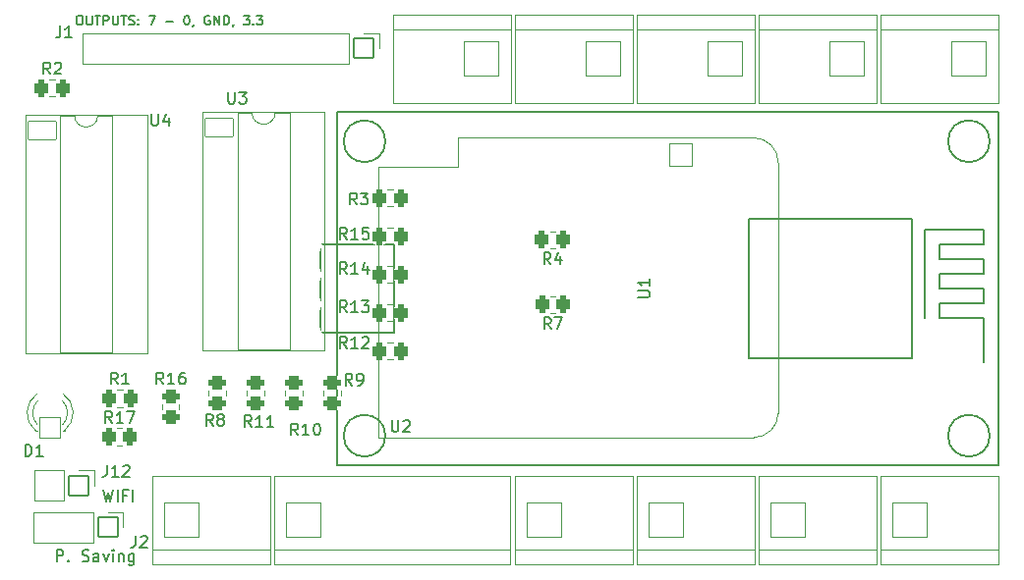
<source format=gto>
%TF.GenerationSoftware,KiCad,Pcbnew,(6.0.4)*%
%TF.CreationDate,2022-05-09T12:24:25+01:00*%
%TF.ProjectId,light_remote_controller,6c696768-745f-4726-956d-6f74655f636f,v0.1*%
%TF.SameCoordinates,Original*%
%TF.FileFunction,Legend,Top*%
%TF.FilePolarity,Positive*%
%FSLAX46Y46*%
G04 Gerber Fmt 4.6, Leading zero omitted, Abs format (unit mm)*
G04 Created by KiCad (PCBNEW (6.0.4)) date 2022-05-09 12:24:25*
%MOMM*%
%LPD*%
G01*
G04 APERTURE LIST*
G04 Aperture macros list*
%AMRoundRect*
0 Rectangle with rounded corners*
0 $1 Rounding radius*
0 $2 $3 $4 $5 $6 $7 $8 $9 X,Y pos of 4 corners*
0 Add a 4 corners polygon primitive as box body*
4,1,4,$2,$3,$4,$5,$6,$7,$8,$9,$2,$3,0*
0 Add four circle primitives for the rounded corners*
1,1,$1+$1,$2,$3*
1,1,$1+$1,$4,$5*
1,1,$1+$1,$6,$7*
1,1,$1+$1,$8,$9*
0 Add four rect primitives between the rounded corners*
20,1,$1+$1,$2,$3,$4,$5,0*
20,1,$1+$1,$4,$5,$6,$7,0*
20,1,$1+$1,$6,$7,$8,$9,0*
20,1,$1+$1,$8,$9,$2,$3,0*%
G04 Aperture macros list end*
%ADD10C,0.150000*%
%ADD11C,0.120000*%
%ADD12RoundRect,0.050000X-0.850000X0.850000X-0.850000X-0.850000X0.850000X-0.850000X0.850000X0.850000X0*%
%ADD13O,1.800000X1.800000*%
%ADD14RoundRect,0.300000X-0.450000X0.262500X-0.450000X-0.262500X0.450000X-0.262500X0.450000X0.262500X0*%
%ADD15RoundRect,0.050000X1.500000X1.500000X-1.500000X1.500000X-1.500000X-1.500000X1.500000X-1.500000X0*%
%ADD16C,3.100000*%
%ADD17RoundRect,0.300000X-0.262500X-0.450000X0.262500X-0.450000X0.262500X0.450000X-0.262500X0.450000X0*%
%ADD18RoundRect,0.050000X-1.500000X-1.500000X1.500000X-1.500000X1.500000X1.500000X-1.500000X1.500000X0*%
%ADD19RoundRect,0.300000X0.262500X0.450000X-0.262500X0.450000X-0.262500X-0.450000X0.262500X-0.450000X0*%
%ADD20RoundRect,0.050000X0.900000X-0.900000X0.900000X0.900000X-0.900000X0.900000X-0.900000X-0.900000X0*%
%ADD21C,1.900000*%
%ADD22RoundRect,0.050000X-1.200000X-0.800000X1.200000X-0.800000X1.200000X0.800000X-1.200000X0.800000X0*%
%ADD23O,2.500000X1.700000*%
%ADD24C,1.624000*%
%ADD25RoundRect,0.300000X0.450000X-0.262500X0.450000X0.262500X-0.450000X0.262500X-0.450000X-0.262500X0*%
%ADD26RoundRect,0.050000X-1.000000X1.000000X-1.000000X-1.000000X1.000000X-1.000000X1.000000X1.000000X0*%
%ADD27O,1.700000X2.100000*%
G04 APERTURE END LIST*
D10*
X178166666Y-87252380D02*
X178166666Y-86252380D01*
X178547619Y-86252380D01*
X178642857Y-86300000D01*
X178690476Y-86347619D01*
X178738095Y-86442857D01*
X178738095Y-86585714D01*
X178690476Y-86680952D01*
X178642857Y-86728571D01*
X178547619Y-86776190D01*
X178166666Y-86776190D01*
X179166666Y-87157142D02*
X179214285Y-87204761D01*
X179166666Y-87252380D01*
X179119047Y-87204761D01*
X179166666Y-87157142D01*
X179166666Y-87252380D01*
X180357142Y-87204761D02*
X180500000Y-87252380D01*
X180738095Y-87252380D01*
X180833333Y-87204761D01*
X180880952Y-87157142D01*
X180928571Y-87061904D01*
X180928571Y-86966666D01*
X180880952Y-86871428D01*
X180833333Y-86823809D01*
X180738095Y-86776190D01*
X180547619Y-86728571D01*
X180452380Y-86680952D01*
X180404761Y-86633333D01*
X180357142Y-86538095D01*
X180357142Y-86442857D01*
X180404761Y-86347619D01*
X180452380Y-86300000D01*
X180547619Y-86252380D01*
X180785714Y-86252380D01*
X180928571Y-86300000D01*
X181785714Y-87252380D02*
X181785714Y-86728571D01*
X181738095Y-86633333D01*
X181642857Y-86585714D01*
X181452380Y-86585714D01*
X181357142Y-86633333D01*
X181785714Y-87204761D02*
X181690476Y-87252380D01*
X181452380Y-87252380D01*
X181357142Y-87204761D01*
X181309523Y-87109523D01*
X181309523Y-87014285D01*
X181357142Y-86919047D01*
X181452380Y-86871428D01*
X181690476Y-86871428D01*
X181785714Y-86823809D01*
X182166666Y-86585714D02*
X182404761Y-87252380D01*
X182642857Y-86585714D01*
X183023809Y-87252380D02*
X183023809Y-86585714D01*
X183023809Y-86252380D02*
X182976190Y-86300000D01*
X183023809Y-86347619D01*
X183071428Y-86300000D01*
X183023809Y-86252380D01*
X183023809Y-86347619D01*
X183500000Y-86585714D02*
X183500000Y-87252380D01*
X183500000Y-86680952D02*
X183547619Y-86633333D01*
X183642857Y-86585714D01*
X183785714Y-86585714D01*
X183880952Y-86633333D01*
X183928571Y-86728571D01*
X183928571Y-87252380D01*
X184833333Y-86585714D02*
X184833333Y-87395238D01*
X184785714Y-87490476D01*
X184738095Y-87538095D01*
X184642857Y-87585714D01*
X184500000Y-87585714D01*
X184404761Y-87538095D01*
X184833333Y-87204761D02*
X184738095Y-87252380D01*
X184547619Y-87252380D01*
X184452380Y-87204761D01*
X184404761Y-87157142D01*
X184357142Y-87061904D01*
X184357142Y-86776190D01*
X184404761Y-86680952D01*
X184452380Y-86633333D01*
X184547619Y-86585714D01*
X184738095Y-86585714D01*
X184833333Y-86633333D01*
X180071428Y-40161904D02*
X180223809Y-40161904D01*
X180300000Y-40200000D01*
X180376190Y-40276190D01*
X180414285Y-40428571D01*
X180414285Y-40695238D01*
X180376190Y-40847619D01*
X180300000Y-40923809D01*
X180223809Y-40961904D01*
X180071428Y-40961904D01*
X179995238Y-40923809D01*
X179919047Y-40847619D01*
X179880952Y-40695238D01*
X179880952Y-40428571D01*
X179919047Y-40276190D01*
X179995238Y-40200000D01*
X180071428Y-40161904D01*
X180757142Y-40161904D02*
X180757142Y-40809523D01*
X180795238Y-40885714D01*
X180833333Y-40923809D01*
X180909523Y-40961904D01*
X181061904Y-40961904D01*
X181138095Y-40923809D01*
X181176190Y-40885714D01*
X181214285Y-40809523D01*
X181214285Y-40161904D01*
X181480952Y-40161904D02*
X181938095Y-40161904D01*
X181709523Y-40961904D02*
X181709523Y-40161904D01*
X182204761Y-40961904D02*
X182204761Y-40161904D01*
X182509523Y-40161904D01*
X182585714Y-40200000D01*
X182623809Y-40238095D01*
X182661904Y-40314285D01*
X182661904Y-40428571D01*
X182623809Y-40504761D01*
X182585714Y-40542857D01*
X182509523Y-40580952D01*
X182204761Y-40580952D01*
X183004761Y-40161904D02*
X183004761Y-40809523D01*
X183042857Y-40885714D01*
X183080952Y-40923809D01*
X183157142Y-40961904D01*
X183309523Y-40961904D01*
X183385714Y-40923809D01*
X183423809Y-40885714D01*
X183461904Y-40809523D01*
X183461904Y-40161904D01*
X183728571Y-40161904D02*
X184185714Y-40161904D01*
X183957142Y-40961904D02*
X183957142Y-40161904D01*
X184414285Y-40923809D02*
X184528571Y-40961904D01*
X184719047Y-40961904D01*
X184795238Y-40923809D01*
X184833333Y-40885714D01*
X184871428Y-40809523D01*
X184871428Y-40733333D01*
X184833333Y-40657142D01*
X184795238Y-40619047D01*
X184719047Y-40580952D01*
X184566666Y-40542857D01*
X184490476Y-40504761D01*
X184452380Y-40466666D01*
X184414285Y-40390476D01*
X184414285Y-40314285D01*
X184452380Y-40238095D01*
X184490476Y-40200000D01*
X184566666Y-40161904D01*
X184757142Y-40161904D01*
X184871428Y-40200000D01*
X185214285Y-40885714D02*
X185252380Y-40923809D01*
X185214285Y-40961904D01*
X185176190Y-40923809D01*
X185214285Y-40885714D01*
X185214285Y-40961904D01*
X185214285Y-40466666D02*
X185252380Y-40504761D01*
X185214285Y-40542857D01*
X185176190Y-40504761D01*
X185214285Y-40466666D01*
X185214285Y-40542857D01*
X186128571Y-40161904D02*
X186661904Y-40161904D01*
X186319047Y-40961904D01*
X187576190Y-40657142D02*
X188185714Y-40657142D01*
X189328571Y-40161904D02*
X189404761Y-40161904D01*
X189480952Y-40200000D01*
X189519047Y-40238095D01*
X189557142Y-40314285D01*
X189595238Y-40466666D01*
X189595238Y-40657142D01*
X189557142Y-40809523D01*
X189519047Y-40885714D01*
X189480952Y-40923809D01*
X189404761Y-40961904D01*
X189328571Y-40961904D01*
X189252380Y-40923809D01*
X189214285Y-40885714D01*
X189176190Y-40809523D01*
X189138095Y-40657142D01*
X189138095Y-40466666D01*
X189176190Y-40314285D01*
X189214285Y-40238095D01*
X189252380Y-40200000D01*
X189328571Y-40161904D01*
X189976190Y-40923809D02*
X189976190Y-40961904D01*
X189938095Y-41038095D01*
X189900000Y-41076190D01*
X191347619Y-40200000D02*
X191271428Y-40161904D01*
X191157142Y-40161904D01*
X191042857Y-40200000D01*
X190966666Y-40276190D01*
X190928571Y-40352380D01*
X190890476Y-40504761D01*
X190890476Y-40619047D01*
X190928571Y-40771428D01*
X190966666Y-40847619D01*
X191042857Y-40923809D01*
X191157142Y-40961904D01*
X191233333Y-40961904D01*
X191347619Y-40923809D01*
X191385714Y-40885714D01*
X191385714Y-40619047D01*
X191233333Y-40619047D01*
X191728571Y-40961904D02*
X191728571Y-40161904D01*
X192185714Y-40961904D01*
X192185714Y-40161904D01*
X192566666Y-40961904D02*
X192566666Y-40161904D01*
X192757142Y-40161904D01*
X192871428Y-40200000D01*
X192947619Y-40276190D01*
X192985714Y-40352380D01*
X193023809Y-40504761D01*
X193023809Y-40619047D01*
X192985714Y-40771428D01*
X192947619Y-40847619D01*
X192871428Y-40923809D01*
X192757142Y-40961904D01*
X192566666Y-40961904D01*
X193404761Y-40923809D02*
X193404761Y-40961904D01*
X193366666Y-41038095D01*
X193328571Y-41076190D01*
X194280952Y-40161904D02*
X194776190Y-40161904D01*
X194509523Y-40466666D01*
X194623809Y-40466666D01*
X194700000Y-40504761D01*
X194738095Y-40542857D01*
X194776190Y-40619047D01*
X194776190Y-40809523D01*
X194738095Y-40885714D01*
X194700000Y-40923809D01*
X194623809Y-40961904D01*
X194395238Y-40961904D01*
X194319047Y-40923809D01*
X194280952Y-40885714D01*
X195119047Y-40885714D02*
X195157142Y-40923809D01*
X195119047Y-40961904D01*
X195080952Y-40923809D01*
X195119047Y-40885714D01*
X195119047Y-40961904D01*
X195423809Y-40161904D02*
X195919047Y-40161904D01*
X195652380Y-40466666D01*
X195766666Y-40466666D01*
X195842857Y-40504761D01*
X195880952Y-40542857D01*
X195919047Y-40619047D01*
X195919047Y-40809523D01*
X195880952Y-40885714D01*
X195842857Y-40923809D01*
X195766666Y-40961904D01*
X195538095Y-40961904D01*
X195461904Y-40923809D01*
X195423809Y-40885714D01*
X182166666Y-81052380D02*
X182404761Y-82052380D01*
X182595238Y-81338095D01*
X182785714Y-82052380D01*
X183023809Y-81052380D01*
X183404761Y-82052380D02*
X183404761Y-81052380D01*
X184214285Y-81528571D02*
X183880952Y-81528571D01*
X183880952Y-82052380D02*
X183880952Y-81052380D01*
X184357142Y-81052380D01*
X184738095Y-82052380D02*
X184738095Y-81052380D01*
X184966666Y-85052380D02*
X184966666Y-85766666D01*
X184919047Y-85909523D01*
X184823809Y-86004761D01*
X184680952Y-86052380D01*
X184585714Y-86052380D01*
X185395238Y-85147619D02*
X185442857Y-85100000D01*
X185538095Y-85052380D01*
X185776190Y-85052380D01*
X185871428Y-85100000D01*
X185919047Y-85147619D01*
X185966666Y-85242857D01*
X185966666Y-85338095D01*
X185919047Y-85480952D01*
X185347619Y-86052380D01*
X185966666Y-86052380D01*
X203633333Y-72052380D02*
X203300000Y-71576190D01*
X203061904Y-72052380D02*
X203061904Y-71052380D01*
X203442857Y-71052380D01*
X203538095Y-71100000D01*
X203585714Y-71147619D01*
X203633333Y-71242857D01*
X203633333Y-71385714D01*
X203585714Y-71480952D01*
X203538095Y-71528571D01*
X203442857Y-71576190D01*
X203061904Y-71576190D01*
X204109523Y-72052380D02*
X204300000Y-72052380D01*
X204395238Y-72004761D01*
X204442857Y-71957142D01*
X204538095Y-71814285D01*
X204585714Y-71623809D01*
X204585714Y-71242857D01*
X204538095Y-71147619D01*
X204490476Y-71100000D01*
X204395238Y-71052380D01*
X204204761Y-71052380D01*
X204109523Y-71100000D01*
X204061904Y-71147619D01*
X204014285Y-71242857D01*
X204014285Y-71480952D01*
X204061904Y-71576190D01*
X204109523Y-71623809D01*
X204204761Y-71671428D01*
X204395238Y-71671428D01*
X204490476Y-71623809D01*
X204538095Y-71576190D01*
X204585714Y-71480952D01*
X203157142Y-62452380D02*
X202823809Y-61976190D01*
X202585714Y-62452380D02*
X202585714Y-61452380D01*
X202966666Y-61452380D01*
X203061904Y-61500000D01*
X203109523Y-61547619D01*
X203157142Y-61642857D01*
X203157142Y-61785714D01*
X203109523Y-61880952D01*
X203061904Y-61928571D01*
X202966666Y-61976190D01*
X202585714Y-61976190D01*
X204109523Y-62452380D02*
X203538095Y-62452380D01*
X203823809Y-62452380D02*
X203823809Y-61452380D01*
X203728571Y-61595238D01*
X203633333Y-61690476D01*
X203538095Y-61738095D01*
X204966666Y-61785714D02*
X204966666Y-62452380D01*
X204728571Y-61404761D02*
X204490476Y-62119047D01*
X205109523Y-62119047D01*
X220745833Y-67202380D02*
X220412500Y-66726190D01*
X220174404Y-67202380D02*
X220174404Y-66202380D01*
X220555357Y-66202380D01*
X220650595Y-66250000D01*
X220698214Y-66297619D01*
X220745833Y-66392857D01*
X220745833Y-66535714D01*
X220698214Y-66630952D01*
X220650595Y-66678571D01*
X220555357Y-66726190D01*
X220174404Y-66726190D01*
X221079166Y-66202380D02*
X221745833Y-66202380D01*
X221317261Y-67202380D01*
X203157142Y-59452380D02*
X202823809Y-58976190D01*
X202585714Y-59452380D02*
X202585714Y-58452380D01*
X202966666Y-58452380D01*
X203061904Y-58500000D01*
X203109523Y-58547619D01*
X203157142Y-58642857D01*
X203157142Y-58785714D01*
X203109523Y-58880952D01*
X203061904Y-58928571D01*
X202966666Y-58976190D01*
X202585714Y-58976190D01*
X204109523Y-59452380D02*
X203538095Y-59452380D01*
X203823809Y-59452380D02*
X203823809Y-58452380D01*
X203728571Y-58595238D01*
X203633333Y-58690476D01*
X203538095Y-58738095D01*
X205014285Y-58452380D02*
X204538095Y-58452380D01*
X204490476Y-58928571D01*
X204538095Y-58880952D01*
X204633333Y-58833333D01*
X204871428Y-58833333D01*
X204966666Y-58880952D01*
X205014285Y-58928571D01*
X205061904Y-59023809D01*
X205061904Y-59261904D01*
X205014285Y-59357142D01*
X204966666Y-59404761D01*
X204871428Y-59452380D01*
X204633333Y-59452380D01*
X204538095Y-59404761D01*
X204490476Y-59357142D01*
X175461904Y-78152380D02*
X175461904Y-77152380D01*
X175700000Y-77152380D01*
X175842857Y-77200000D01*
X175938095Y-77295238D01*
X175985714Y-77390476D01*
X176033333Y-77580952D01*
X176033333Y-77723809D01*
X175985714Y-77914285D01*
X175938095Y-78009523D01*
X175842857Y-78104761D01*
X175700000Y-78152380D01*
X175461904Y-78152380D01*
X176985714Y-78152380D02*
X176414285Y-78152380D01*
X176700000Y-78152380D02*
X176700000Y-77152380D01*
X176604761Y-77295238D01*
X176509523Y-77390476D01*
X176414285Y-77438095D01*
X183433333Y-71952380D02*
X183100000Y-71476190D01*
X182861904Y-71952380D02*
X182861904Y-70952380D01*
X183242857Y-70952380D01*
X183338095Y-71000000D01*
X183385714Y-71047619D01*
X183433333Y-71142857D01*
X183433333Y-71285714D01*
X183385714Y-71380952D01*
X183338095Y-71428571D01*
X183242857Y-71476190D01*
X182861904Y-71476190D01*
X184385714Y-71952380D02*
X183814285Y-71952380D01*
X184100000Y-71952380D02*
X184100000Y-70952380D01*
X184004761Y-71095238D01*
X183909523Y-71190476D01*
X183814285Y-71238095D01*
X186338095Y-48652380D02*
X186338095Y-49461904D01*
X186385714Y-49557142D01*
X186433333Y-49604761D01*
X186528571Y-49652380D01*
X186719047Y-49652380D01*
X186814285Y-49604761D01*
X186861904Y-49557142D01*
X186909523Y-49461904D01*
X186909523Y-48652380D01*
X187814285Y-48985714D02*
X187814285Y-49652380D01*
X187576190Y-48604761D02*
X187338095Y-49319047D01*
X187957142Y-49319047D01*
X191633333Y-75552380D02*
X191300000Y-75076190D01*
X191061904Y-75552380D02*
X191061904Y-74552380D01*
X191442857Y-74552380D01*
X191538095Y-74600000D01*
X191585714Y-74647619D01*
X191633333Y-74742857D01*
X191633333Y-74885714D01*
X191585714Y-74980952D01*
X191538095Y-75028571D01*
X191442857Y-75076190D01*
X191061904Y-75076190D01*
X192204761Y-74980952D02*
X192109523Y-74933333D01*
X192061904Y-74885714D01*
X192014285Y-74790476D01*
X192014285Y-74742857D01*
X192061904Y-74647619D01*
X192109523Y-74600000D01*
X192204761Y-74552380D01*
X192395238Y-74552380D01*
X192490476Y-74600000D01*
X192538095Y-74647619D01*
X192585714Y-74742857D01*
X192585714Y-74790476D01*
X192538095Y-74885714D01*
X192490476Y-74933333D01*
X192395238Y-74980952D01*
X192204761Y-74980952D01*
X192109523Y-75028571D01*
X192061904Y-75076190D01*
X192014285Y-75171428D01*
X192014285Y-75361904D01*
X192061904Y-75457142D01*
X192109523Y-75504761D01*
X192204761Y-75552380D01*
X192395238Y-75552380D01*
X192490476Y-75504761D01*
X192538095Y-75457142D01*
X192585714Y-75361904D01*
X192585714Y-75171428D01*
X192538095Y-75076190D01*
X192490476Y-75028571D01*
X192395238Y-74980952D01*
X228272380Y-64461904D02*
X229081904Y-64461904D01*
X229177142Y-64414285D01*
X229224761Y-64366666D01*
X229272380Y-64271428D01*
X229272380Y-64080952D01*
X229224761Y-63985714D01*
X229177142Y-63938095D01*
X229081904Y-63890476D01*
X228272380Y-63890476D01*
X229272380Y-62890476D02*
X229272380Y-63461904D01*
X229272380Y-63176190D02*
X228272380Y-63176190D01*
X228415238Y-63271428D01*
X228510476Y-63366666D01*
X228558095Y-63461904D01*
X187357142Y-71952380D02*
X187023809Y-71476190D01*
X186785714Y-71952380D02*
X186785714Y-70952380D01*
X187166666Y-70952380D01*
X187261904Y-71000000D01*
X187309523Y-71047619D01*
X187357142Y-71142857D01*
X187357142Y-71285714D01*
X187309523Y-71380952D01*
X187261904Y-71428571D01*
X187166666Y-71476190D01*
X186785714Y-71476190D01*
X188309523Y-71952380D02*
X187738095Y-71952380D01*
X188023809Y-71952380D02*
X188023809Y-70952380D01*
X187928571Y-71095238D01*
X187833333Y-71190476D01*
X187738095Y-71238095D01*
X189166666Y-70952380D02*
X188976190Y-70952380D01*
X188880952Y-71000000D01*
X188833333Y-71047619D01*
X188738095Y-71190476D01*
X188690476Y-71380952D01*
X188690476Y-71761904D01*
X188738095Y-71857142D01*
X188785714Y-71904761D01*
X188880952Y-71952380D01*
X189071428Y-71952380D01*
X189166666Y-71904761D01*
X189214285Y-71857142D01*
X189261904Y-71761904D01*
X189261904Y-71523809D01*
X189214285Y-71428571D01*
X189166666Y-71380952D01*
X189071428Y-71333333D01*
X188880952Y-71333333D01*
X188785714Y-71380952D01*
X188738095Y-71428571D01*
X188690476Y-71523809D01*
X203157142Y-65752380D02*
X202823809Y-65276190D01*
X202585714Y-65752380D02*
X202585714Y-64752380D01*
X202966666Y-64752380D01*
X203061904Y-64800000D01*
X203109523Y-64847619D01*
X203157142Y-64942857D01*
X203157142Y-65085714D01*
X203109523Y-65180952D01*
X203061904Y-65228571D01*
X202966666Y-65276190D01*
X202585714Y-65276190D01*
X204109523Y-65752380D02*
X203538095Y-65752380D01*
X203823809Y-65752380D02*
X203823809Y-64752380D01*
X203728571Y-64895238D01*
X203633333Y-64990476D01*
X203538095Y-65038095D01*
X204442857Y-64752380D02*
X205061904Y-64752380D01*
X204728571Y-65133333D01*
X204871428Y-65133333D01*
X204966666Y-65180952D01*
X205014285Y-65228571D01*
X205061904Y-65323809D01*
X205061904Y-65561904D01*
X205014285Y-65657142D01*
X204966666Y-65704761D01*
X204871428Y-65752380D01*
X204585714Y-65752380D01*
X204490476Y-65704761D01*
X204442857Y-65657142D01*
X220720833Y-61602380D02*
X220387500Y-61126190D01*
X220149404Y-61602380D02*
X220149404Y-60602380D01*
X220530357Y-60602380D01*
X220625595Y-60650000D01*
X220673214Y-60697619D01*
X220720833Y-60792857D01*
X220720833Y-60935714D01*
X220673214Y-61030952D01*
X220625595Y-61078571D01*
X220530357Y-61126190D01*
X220149404Y-61126190D01*
X221577976Y-60935714D02*
X221577976Y-61602380D01*
X221339880Y-60554761D02*
X221101785Y-61269047D01*
X221720833Y-61269047D01*
X182490476Y-78952380D02*
X182490476Y-79666666D01*
X182442857Y-79809523D01*
X182347619Y-79904761D01*
X182204761Y-79952380D01*
X182109523Y-79952380D01*
X183490476Y-79952380D02*
X182919047Y-79952380D01*
X183204761Y-79952380D02*
X183204761Y-78952380D01*
X183109523Y-79095238D01*
X183014285Y-79190476D01*
X182919047Y-79238095D01*
X183871428Y-79047619D02*
X183919047Y-79000000D01*
X184014285Y-78952380D01*
X184252380Y-78952380D01*
X184347619Y-79000000D01*
X184395238Y-79047619D01*
X184442857Y-79142857D01*
X184442857Y-79238095D01*
X184395238Y-79380952D01*
X183823809Y-79952380D01*
X184442857Y-79952380D01*
X178466666Y-41052380D02*
X178466666Y-41766666D01*
X178419047Y-41909523D01*
X178323809Y-42004761D01*
X178180952Y-42052380D01*
X178085714Y-42052380D01*
X179466666Y-42052380D02*
X178895238Y-42052380D01*
X179180952Y-42052380D02*
X179180952Y-41052380D01*
X179085714Y-41195238D01*
X178990476Y-41290476D01*
X178895238Y-41338095D01*
X207038095Y-75052380D02*
X207038095Y-75861904D01*
X207085714Y-75957142D01*
X207133333Y-76004761D01*
X207228571Y-76052380D01*
X207419047Y-76052380D01*
X207514285Y-76004761D01*
X207561904Y-75957142D01*
X207609523Y-75861904D01*
X207609523Y-75052380D01*
X208038095Y-75147619D02*
X208085714Y-75100000D01*
X208180952Y-75052380D01*
X208419047Y-75052380D01*
X208514285Y-75100000D01*
X208561904Y-75147619D01*
X208609523Y-75242857D01*
X208609523Y-75338095D01*
X208561904Y-75480952D01*
X207990476Y-76052380D01*
X208609523Y-76052380D01*
X203157142Y-68852380D02*
X202823809Y-68376190D01*
X202585714Y-68852380D02*
X202585714Y-67852380D01*
X202966666Y-67852380D01*
X203061904Y-67900000D01*
X203109523Y-67947619D01*
X203157142Y-68042857D01*
X203157142Y-68185714D01*
X203109523Y-68280952D01*
X203061904Y-68328571D01*
X202966666Y-68376190D01*
X202585714Y-68376190D01*
X204109523Y-68852380D02*
X203538095Y-68852380D01*
X203823809Y-68852380D02*
X203823809Y-67852380D01*
X203728571Y-67995238D01*
X203633333Y-68090476D01*
X203538095Y-68138095D01*
X204490476Y-67947619D02*
X204538095Y-67900000D01*
X204633333Y-67852380D01*
X204871428Y-67852380D01*
X204966666Y-67900000D01*
X205014285Y-67947619D01*
X205061904Y-68042857D01*
X205061904Y-68138095D01*
X205014285Y-68280952D01*
X204442857Y-68852380D01*
X205061904Y-68852380D01*
X177620833Y-45202380D02*
X177287500Y-44726190D01*
X177049404Y-45202380D02*
X177049404Y-44202380D01*
X177430357Y-44202380D01*
X177525595Y-44250000D01*
X177573214Y-44297619D01*
X177620833Y-44392857D01*
X177620833Y-44535714D01*
X177573214Y-44630952D01*
X177525595Y-44678571D01*
X177430357Y-44726190D01*
X177049404Y-44726190D01*
X178001785Y-44297619D02*
X178049404Y-44250000D01*
X178144642Y-44202380D01*
X178382738Y-44202380D01*
X178477976Y-44250000D01*
X178525595Y-44297619D01*
X178573214Y-44392857D01*
X178573214Y-44488095D01*
X178525595Y-44630952D01*
X177954166Y-45202380D01*
X178573214Y-45202380D01*
X194957142Y-75652380D02*
X194623809Y-75176190D01*
X194385714Y-75652380D02*
X194385714Y-74652380D01*
X194766666Y-74652380D01*
X194861904Y-74700000D01*
X194909523Y-74747619D01*
X194957142Y-74842857D01*
X194957142Y-74985714D01*
X194909523Y-75080952D01*
X194861904Y-75128571D01*
X194766666Y-75176190D01*
X194385714Y-75176190D01*
X195909523Y-75652380D02*
X195338095Y-75652380D01*
X195623809Y-75652380D02*
X195623809Y-74652380D01*
X195528571Y-74795238D01*
X195433333Y-74890476D01*
X195338095Y-74938095D01*
X196861904Y-75652380D02*
X196290476Y-75652380D01*
X196576190Y-75652380D02*
X196576190Y-74652380D01*
X196480952Y-74795238D01*
X196385714Y-74890476D01*
X196290476Y-74938095D01*
X198957142Y-76352380D02*
X198623809Y-75876190D01*
X198385714Y-76352380D02*
X198385714Y-75352380D01*
X198766666Y-75352380D01*
X198861904Y-75400000D01*
X198909523Y-75447619D01*
X198957142Y-75542857D01*
X198957142Y-75685714D01*
X198909523Y-75780952D01*
X198861904Y-75828571D01*
X198766666Y-75876190D01*
X198385714Y-75876190D01*
X199909523Y-76352380D02*
X199338095Y-76352380D01*
X199623809Y-76352380D02*
X199623809Y-75352380D01*
X199528571Y-75495238D01*
X199433333Y-75590476D01*
X199338095Y-75638095D01*
X200528571Y-75352380D02*
X200623809Y-75352380D01*
X200719047Y-75400000D01*
X200766666Y-75447619D01*
X200814285Y-75542857D01*
X200861904Y-75733333D01*
X200861904Y-75971428D01*
X200814285Y-76161904D01*
X200766666Y-76257142D01*
X200719047Y-76304761D01*
X200623809Y-76352380D01*
X200528571Y-76352380D01*
X200433333Y-76304761D01*
X200385714Y-76257142D01*
X200338095Y-76161904D01*
X200290476Y-75971428D01*
X200290476Y-75733333D01*
X200338095Y-75542857D01*
X200385714Y-75447619D01*
X200433333Y-75400000D01*
X200528571Y-75352380D01*
X192938095Y-46752380D02*
X192938095Y-47561904D01*
X192985714Y-47657142D01*
X193033333Y-47704761D01*
X193128571Y-47752380D01*
X193319047Y-47752380D01*
X193414285Y-47704761D01*
X193461904Y-47657142D01*
X193509523Y-47561904D01*
X193509523Y-46752380D01*
X193890476Y-46752380D02*
X194509523Y-46752380D01*
X194176190Y-47133333D01*
X194319047Y-47133333D01*
X194414285Y-47180952D01*
X194461904Y-47228571D01*
X194509523Y-47323809D01*
X194509523Y-47561904D01*
X194461904Y-47657142D01*
X194414285Y-47704761D01*
X194319047Y-47752380D01*
X194033333Y-47752380D01*
X193938095Y-47704761D01*
X193890476Y-47657142D01*
X204033333Y-56452380D02*
X203700000Y-55976190D01*
X203461904Y-56452380D02*
X203461904Y-55452380D01*
X203842857Y-55452380D01*
X203938095Y-55500000D01*
X203985714Y-55547619D01*
X204033333Y-55642857D01*
X204033333Y-55785714D01*
X203985714Y-55880952D01*
X203938095Y-55928571D01*
X203842857Y-55976190D01*
X203461904Y-55976190D01*
X204366666Y-55452380D02*
X204985714Y-55452380D01*
X204652380Y-55833333D01*
X204795238Y-55833333D01*
X204890476Y-55880952D01*
X204938095Y-55928571D01*
X204985714Y-56023809D01*
X204985714Y-56261904D01*
X204938095Y-56357142D01*
X204890476Y-56404761D01*
X204795238Y-56452380D01*
X204509523Y-56452380D01*
X204414285Y-56404761D01*
X204366666Y-56357142D01*
X182944642Y-75302380D02*
X182611309Y-74826190D01*
X182373214Y-75302380D02*
X182373214Y-74302380D01*
X182754166Y-74302380D01*
X182849404Y-74350000D01*
X182897023Y-74397619D01*
X182944642Y-74492857D01*
X182944642Y-74635714D01*
X182897023Y-74730952D01*
X182849404Y-74778571D01*
X182754166Y-74826190D01*
X182373214Y-74826190D01*
X183897023Y-75302380D02*
X183325595Y-75302380D01*
X183611309Y-75302380D02*
X183611309Y-74302380D01*
X183516071Y-74445238D01*
X183420833Y-74540476D01*
X183325595Y-74588095D01*
X184230357Y-74302380D02*
X184897023Y-74302380D01*
X184468452Y-75302380D01*
D11*
X181310000Y-82970000D02*
X176170000Y-82970000D01*
X176170000Y-82970000D02*
X176170000Y-85630000D01*
X181310000Y-82970000D02*
X181310000Y-85630000D01*
X182580000Y-82970000D02*
X183910000Y-82970000D01*
X183910000Y-82970000D02*
X183910000Y-84300000D01*
X181310000Y-85630000D02*
X176170000Y-85630000D01*
X201165000Y-72485436D02*
X201165000Y-72939564D01*
X202635000Y-72485436D02*
X202635000Y-72939564D01*
X259340000Y-40090000D02*
X249180000Y-40090000D01*
X249180000Y-41360000D02*
X259340000Y-41360000D01*
X249180000Y-40090000D02*
X249180000Y-47710000D01*
X259340000Y-47710000D02*
X259340000Y-40090000D01*
X249180000Y-47710000D02*
X259340000Y-47710000D01*
X206672936Y-63235000D02*
X207127064Y-63235000D01*
X206672936Y-61765000D02*
X207127064Y-61765000D01*
X196540000Y-79890000D02*
X186380000Y-79890000D01*
X196540000Y-87510000D02*
X196540000Y-79890000D01*
X186380000Y-87510000D02*
X196540000Y-87510000D01*
X186380000Y-79890000D02*
X186380000Y-87510000D01*
X196540000Y-86240000D02*
X186380000Y-86240000D01*
X221139564Y-65835000D02*
X220685436Y-65835000D01*
X221139564Y-64365000D02*
X220685436Y-64365000D01*
X206672936Y-59935000D02*
X207127064Y-59935000D01*
X206672936Y-58465000D02*
X207127064Y-58465000D01*
X176364000Y-75990000D02*
X176520000Y-75990000D01*
X178680000Y-75990000D02*
X178836000Y-75990000D01*
X178680000Y-75470961D02*
G75*
G03*
X178679837Y-73388870I-1080000J1040961D01*
G01*
X176521392Y-72757665D02*
G75*
G03*
X176364484Y-75990000I1078608J-1672335D01*
G01*
X176520163Y-73388870D02*
G75*
G03*
X176520000Y-75470961I1079837J-1041130D01*
G01*
X178835516Y-75990000D02*
G75*
G03*
X178678608Y-72757665I-1235516J1560000D01*
G01*
X207180000Y-40090000D02*
X207180000Y-47710000D01*
X217340000Y-40090000D02*
X207180000Y-40090000D01*
X217340000Y-47710000D02*
X217340000Y-40090000D01*
X207180000Y-47710000D02*
X217340000Y-47710000D01*
X207180000Y-41360000D02*
X217340000Y-41360000D01*
X183839564Y-72465000D02*
X183385436Y-72465000D01*
X183839564Y-73935000D02*
X183385436Y-73935000D01*
X175460000Y-48710000D02*
X175460000Y-69270000D01*
X175460000Y-69270000D02*
X185960000Y-69270000D01*
X178460000Y-69210000D02*
X182960000Y-69210000D01*
X178460000Y-48770000D02*
X178460000Y-69210000D01*
X182960000Y-48770000D02*
X181710000Y-48770000D01*
X179710000Y-48770000D02*
X178460000Y-48770000D01*
X185960000Y-48710000D02*
X175460000Y-48710000D01*
X182960000Y-69210000D02*
X182960000Y-48770000D01*
X185960000Y-69270000D02*
X185960000Y-48710000D01*
X179710000Y-48770000D02*
G75*
G03*
X181710000Y-48770000I1000000J0D01*
G01*
X248840000Y-79890000D02*
X238680000Y-79890000D01*
X248840000Y-87510000D02*
X248840000Y-79890000D01*
X238680000Y-87510000D02*
X248840000Y-87510000D01*
X238680000Y-79890000D02*
X238680000Y-87510000D01*
X248840000Y-86240000D02*
X238680000Y-86240000D01*
X192735000Y-72485436D02*
X192735000Y-72939564D01*
X191265000Y-72485436D02*
X191265000Y-72939564D01*
D10*
X254220000Y-61160000D02*
X258030000Y-61160000D01*
X251820000Y-57700000D02*
X251820000Y-69700000D01*
X207230000Y-59890000D02*
X200880000Y-59890000D01*
X258030000Y-58620000D02*
X258030000Y-59890000D01*
X252950000Y-58620000D02*
X258030000Y-58620000D01*
X254220000Y-63700000D02*
X258030000Y-63700000D01*
X207230000Y-67510000D02*
X207230000Y-59890000D01*
X258030000Y-66240000D02*
X258030000Y-70050000D01*
X252950000Y-66240000D02*
X252950000Y-58620000D01*
X237820000Y-57700000D02*
X251820000Y-57700000D01*
X200880000Y-67510000D02*
X207230000Y-67510000D01*
X258030000Y-64970000D02*
X254220000Y-64970000D01*
X237820000Y-69700000D02*
X237820000Y-57700000D01*
X200880000Y-59890000D02*
X200880000Y-67510000D01*
X259320000Y-48950000D02*
X259320000Y-48450000D01*
X254220000Y-62430000D02*
X254220000Y-63700000D01*
X202320000Y-48450000D02*
X202320000Y-78950000D01*
X259320000Y-48450000D02*
X202320000Y-48450000D01*
X254220000Y-66240000D02*
X258030000Y-66240000D01*
X258030000Y-59890000D02*
X254220000Y-59890000D01*
X259320000Y-78950000D02*
X259320000Y-48950000D01*
X254220000Y-59890000D02*
X254220000Y-61160000D01*
X202320000Y-78950000D02*
X259320000Y-78950000D01*
X254220000Y-64970000D02*
X254220000Y-66240000D01*
X258030000Y-62430000D02*
X254220000Y-62430000D01*
X258030000Y-63700000D02*
X258030000Y-64970000D01*
X258030000Y-61160000D02*
X258030000Y-62430000D01*
X251820000Y-69700000D02*
X237820000Y-69700000D01*
X258556051Y-51000000D02*
G75*
G03*
X258556051Y-51000000I-1796051J0D01*
G01*
X206486051Y-51000000D02*
G75*
G03*
X206486051Y-51000000I-1796051J0D01*
G01*
X258556051Y-76400000D02*
G75*
G03*
X258556051Y-76400000I-1796051J0D01*
G01*
X206486051Y-76400000D02*
G75*
G03*
X206486051Y-76400000I-1796051J0D01*
G01*
D11*
X188735000Y-74139564D02*
X188735000Y-73685436D01*
X187265000Y-74139564D02*
X187265000Y-73685436D01*
X206672936Y-65065000D02*
X207127064Y-65065000D01*
X206672936Y-66535000D02*
X207127064Y-66535000D01*
X217680000Y-40090000D02*
X217680000Y-47710000D01*
X217680000Y-47710000D02*
X227840000Y-47710000D01*
X227840000Y-40090000D02*
X217680000Y-40090000D01*
X217680000Y-41360000D02*
X227840000Y-41360000D01*
X227840000Y-47710000D02*
X227840000Y-40090000D01*
X221114564Y-60235000D02*
X220660436Y-60235000D01*
X221114564Y-58765000D02*
X220660436Y-58765000D01*
X217680000Y-79890000D02*
X217680000Y-87510000D01*
X227840000Y-86240000D02*
X217680000Y-86240000D01*
X227840000Y-87510000D02*
X227840000Y-79890000D01*
X227840000Y-79890000D02*
X217680000Y-79890000D01*
X217680000Y-87510000D02*
X227840000Y-87510000D01*
X228180000Y-47710000D02*
X238340000Y-47710000D01*
X228180000Y-40090000D02*
X228180000Y-47710000D01*
X238340000Y-40090000D02*
X228180000Y-40090000D01*
X238340000Y-47710000D02*
X238340000Y-40090000D01*
X228180000Y-41360000D02*
X238340000Y-41360000D01*
X180100000Y-79370000D02*
X181430000Y-79370000D01*
X176230000Y-79370000D02*
X176230000Y-82030000D01*
X178830000Y-82030000D02*
X176230000Y-82030000D01*
X178830000Y-79370000D02*
X176230000Y-79370000D01*
X181430000Y-79370000D02*
X181430000Y-80700000D01*
X178830000Y-79370000D02*
X178830000Y-82030000D01*
X203330000Y-41670000D02*
X180410000Y-41670000D01*
X180410000Y-41670000D02*
X180410000Y-44330000D01*
X203330000Y-44330000D02*
X180410000Y-44330000D01*
X203330000Y-41670000D02*
X203330000Y-44330000D01*
X204600000Y-41670000D02*
X205930000Y-41670000D01*
X205930000Y-41670000D02*
X205930000Y-43000000D01*
X212780000Y-50700000D02*
X238210000Y-50700000D01*
X212780000Y-50700000D02*
X212780000Y-53240000D01*
X240340000Y-74440000D02*
X240340000Y-52830000D01*
X212780000Y-53240000D02*
X205880000Y-53240000D01*
X205880000Y-76560000D02*
X238210000Y-76560000D01*
X205880000Y-53240000D02*
X205880000Y-76560000D01*
X238210000Y-76560000D02*
G75*
G03*
X240340000Y-74430000I0J2130000D01*
G01*
X240340000Y-52830000D02*
G75*
G03*
X238210000Y-50700000I-2130002J-2D01*
G01*
G36*
X232000000Y-50295000D02*
G01*
X231365000Y-49660000D01*
X232635000Y-49660000D01*
X232000000Y-50295000D01*
G37*
D10*
X232000000Y-50295000D02*
X231365000Y-49660000D01*
X232635000Y-49660000D01*
X232000000Y-50295000D01*
D11*
X259340000Y-79890000D02*
X249180000Y-79890000D01*
X249180000Y-79890000D02*
X249180000Y-87510000D01*
X249180000Y-87510000D02*
X259340000Y-87510000D01*
X259340000Y-87510000D02*
X259340000Y-79890000D01*
X259340000Y-86240000D02*
X249180000Y-86240000D01*
X238340000Y-79890000D02*
X228180000Y-79890000D01*
X228180000Y-87510000D02*
X238340000Y-87510000D01*
X238340000Y-86240000D02*
X228180000Y-86240000D01*
X238340000Y-87510000D02*
X238340000Y-79890000D01*
X228180000Y-79890000D02*
X228180000Y-87510000D01*
X206685436Y-68365000D02*
X207139564Y-68365000D01*
X206685436Y-69835000D02*
X207139564Y-69835000D01*
X177560436Y-47135000D02*
X178014564Y-47135000D01*
X177560436Y-45665000D02*
X178014564Y-45665000D01*
X194565000Y-72485436D02*
X194565000Y-72939564D01*
X196035000Y-72485436D02*
X196035000Y-72939564D01*
X248840000Y-40090000D02*
X238680000Y-40090000D01*
X248840000Y-47710000D02*
X248840000Y-40090000D01*
X238680000Y-41360000D02*
X248840000Y-41360000D01*
X238680000Y-40090000D02*
X238680000Y-47710000D01*
X238680000Y-47710000D02*
X248840000Y-47710000D01*
X199335000Y-72485436D02*
X199335000Y-72939564D01*
X197865000Y-72485436D02*
X197865000Y-72939564D01*
X198240000Y-68970000D02*
X198240000Y-48530000D01*
X201240000Y-69030000D02*
X201240000Y-48470000D01*
X198240000Y-48530000D02*
X196990000Y-48530000D01*
X190740000Y-69030000D02*
X201240000Y-69030000D01*
X201240000Y-48470000D02*
X190740000Y-48470000D01*
X194990000Y-48530000D02*
X193740000Y-48530000D01*
X193740000Y-48530000D02*
X193740000Y-68970000D01*
X193740000Y-68970000D02*
X198240000Y-68970000D01*
X190740000Y-48470000D02*
X190740000Y-69030000D01*
X194990000Y-48530000D02*
G75*
G03*
X196990000Y-48530000I1000000J0D01*
G01*
X206672936Y-55165000D02*
X207127064Y-55165000D01*
X206672936Y-56635000D02*
X207127064Y-56635000D01*
X183360436Y-75765000D02*
X183814564Y-75765000D01*
X183360436Y-77235000D02*
X183814564Y-77235000D01*
X196940000Y-87510000D02*
X217260000Y-87510000D01*
X217260000Y-86240000D02*
X196940000Y-86240000D01*
X217260000Y-87510000D02*
X217260000Y-79890000D01*
X196940000Y-79890000D02*
X217260000Y-79890000D01*
X196940000Y-79890000D02*
X196940000Y-87510000D01*
%LPC*%
D12*
X182580000Y-84300000D03*
D13*
X180040000Y-84300000D03*
X177500000Y-84300000D03*
D14*
X201900000Y-71800000D03*
X201900000Y-73625000D03*
D15*
X256800000Y-43900000D03*
D16*
X251720000Y-43900000D03*
D17*
X205987500Y-62500000D03*
X207812500Y-62500000D03*
D18*
X188920000Y-83700000D03*
D16*
X194000000Y-83700000D03*
D19*
X221825000Y-65100000D03*
X220000000Y-65100000D03*
D17*
X205987500Y-59200000D03*
X207812500Y-59200000D03*
D20*
X177600000Y-75700000D03*
D21*
X177600000Y-73160000D03*
D15*
X214800000Y-43900000D03*
D16*
X209720000Y-43900000D03*
D19*
X184525000Y-73200000D03*
X182700000Y-73200000D03*
D22*
X176900000Y-50100000D03*
D23*
X176900000Y-52640000D03*
X176900000Y-55180000D03*
X176900000Y-57720000D03*
X176900000Y-60260000D03*
X176900000Y-62800000D03*
X176900000Y-65340000D03*
X176900000Y-67880000D03*
X184520000Y-67880000D03*
X184520000Y-65340000D03*
X184520000Y-62800000D03*
X184520000Y-60260000D03*
X184520000Y-57720000D03*
X184520000Y-55180000D03*
X184520000Y-52640000D03*
X184520000Y-50100000D03*
D18*
X241220000Y-83700000D03*
D16*
X246300000Y-83700000D03*
D14*
X192000000Y-71800000D03*
X192000000Y-73625000D03*
D24*
X249775000Y-49730000D03*
X247235000Y-49730000D03*
X244695000Y-49730000D03*
X242155000Y-49730000D03*
X239615000Y-49730000D03*
X237075000Y-49730000D03*
X234535000Y-49730000D03*
X231995000Y-49730000D03*
X229455000Y-49730000D03*
X226915000Y-49730000D03*
X224375000Y-49730000D03*
X221835000Y-49730000D03*
X219295000Y-49730000D03*
X216755000Y-49730000D03*
X214215000Y-49730000D03*
X214215000Y-77670000D03*
X216755000Y-77670000D03*
X219295000Y-77670000D03*
X221835000Y-77670000D03*
X224375000Y-77670000D03*
X226915000Y-77670000D03*
X229455000Y-77670000D03*
X231995000Y-77670000D03*
X234535000Y-77670000D03*
X237075000Y-77670000D03*
X239615000Y-77670000D03*
X242155000Y-77670000D03*
X244695000Y-77670000D03*
X247235000Y-77670000D03*
X249775000Y-77670000D03*
D25*
X188000000Y-74825000D03*
X188000000Y-73000000D03*
D17*
X205987500Y-65800000D03*
X207812500Y-65800000D03*
D15*
X225300000Y-43900000D03*
D16*
X220220000Y-43900000D03*
D19*
X221800000Y-59500000D03*
X219975000Y-59500000D03*
D18*
X220220000Y-83700000D03*
D16*
X225300000Y-83700000D03*
D15*
X235800000Y-43900000D03*
D16*
X230720000Y-43900000D03*
D12*
X180100000Y-80700000D03*
D13*
X177560000Y-80700000D03*
D12*
X204600000Y-43000000D03*
D13*
X202060000Y-43000000D03*
X199520000Y-43000000D03*
X196980000Y-43000000D03*
X194440000Y-43000000D03*
X191900000Y-43000000D03*
X189360000Y-43000000D03*
X186820000Y-43000000D03*
X184280000Y-43000000D03*
X181740000Y-43000000D03*
D26*
X232000000Y-52200000D03*
D27*
X229460000Y-52200000D03*
X226920000Y-52200000D03*
X224380000Y-52200000D03*
X221840000Y-52200000D03*
X219300000Y-52200000D03*
X216760000Y-52200000D03*
X214220000Y-52200000D03*
X214220000Y-75060000D03*
X216760000Y-75060000D03*
X219300000Y-75060000D03*
X221840000Y-75060000D03*
X224380000Y-75060000D03*
X226920000Y-75060000D03*
X229460000Y-75060000D03*
X232000000Y-75060000D03*
D18*
X251720000Y-83700000D03*
D16*
X256800000Y-83700000D03*
D18*
X230720000Y-83700000D03*
D16*
X235800000Y-83700000D03*
D17*
X206000000Y-69100000D03*
X207825000Y-69100000D03*
X176875000Y-46400000D03*
X178700000Y-46400000D03*
D14*
X195300000Y-71800000D03*
X195300000Y-73625000D03*
D15*
X246300000Y-43900000D03*
D16*
X241220000Y-43900000D03*
D14*
X198600000Y-71800000D03*
X198600000Y-73625000D03*
D22*
X192180000Y-49860000D03*
D23*
X192180000Y-52400000D03*
X192180000Y-54940000D03*
X192180000Y-57480000D03*
X192180000Y-60020000D03*
X192180000Y-62560000D03*
X192180000Y-65100000D03*
X192180000Y-67640000D03*
X199800000Y-67640000D03*
X199800000Y-65100000D03*
X199800000Y-62560000D03*
X199800000Y-60020000D03*
X199800000Y-57480000D03*
X199800000Y-54940000D03*
X199800000Y-52400000D03*
X199800000Y-49860000D03*
D17*
X205987500Y-55900000D03*
X207812500Y-55900000D03*
X182675000Y-76500000D03*
X184500000Y-76500000D03*
D18*
X199480000Y-83700000D03*
D16*
X204560000Y-83700000D03*
X209640000Y-83700000D03*
X214720000Y-83700000D03*
M02*

</source>
